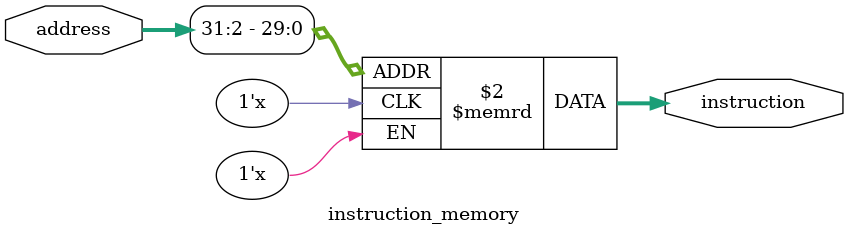
<source format=sv>
module instruction_memory (
    input var logic [31:0] address,
    output var logic [31:0] instruction
);
    
    var logic [31:0] memory [0:255]; // 256-word memory
    

    always_comb begin
        instruction = memory[address[31:2]]; // Word-aligned access
    end
    
endmodule
</source>
